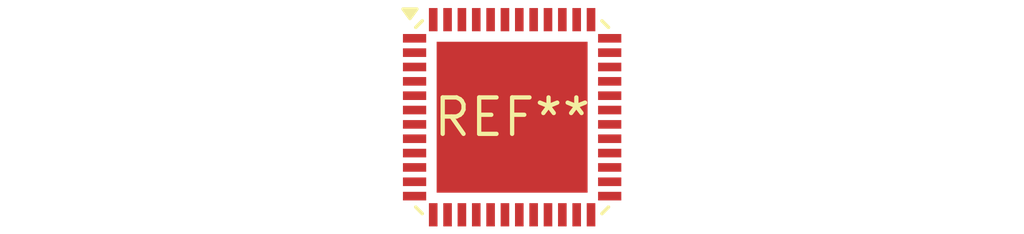
<source format=kicad_pcb>
(kicad_pcb (version 20240108) (generator pcbnew)
  (layers (0 "F.Cu" signal) (31 "B.Cu" signal) (34 "B.Paste" user) (35 "F.Paste" user) (36 "B.SilkS" user "B.Silkscreen") (37 "F.SilkS" user "F.Silkscreen") (38 "B.Mask" user) (39 "F.Mask" user) (44 "Edge.Cuts" user))
  (net 0 "")
  (footprint "LFCSP-VQ-48-1EP_7x7mm_P0.5mm" (layer "F.Cu") (at 0 0)
    (property "Reference" "REF**")
    (property "Value" "LFCSP-VQ-48-1EP_7x7mm_P0.5mm")
    (fp_line (start -3.13 -3.36) (end -3.36 -3.13) (layer "F.SilkS") (stroke (width 0.12)))
    (fp_line (start -3.13 3.36) (end -3.36 3.13) (layer "F.SilkS") (stroke (width 0.12)))
    (fp_line (start 3.13 -3.36) (end 3.36 -3.13) (layer "F.SilkS") (stroke (width 0.12)))
    (fp_line (start 3.13 3.36) (end 3.36 3.13) (layer "F.SilkS") (stroke (width 0.12)))
    (fp_poly (pts (xy -3.56 -3.44) (xy -3.8 -3.77) (xy -3.32 -3.77) (xy -3.56 -3.44)) (layer "F.SilkS") (stroke (width 0.12)) (fill solid))
    (pad "1" smd rect (at -3.4 -2.75) (size 0.81 0.3) (layers "F.Cu" "F.Paste" "F.Mask"))
    (pad "2" smd rect (at -3.4 -2.25) (size 0.81 0.3) (layers "F.Cu" "F.Paste" "F.Mask"))
    (pad "3" smd rect (at -3.4 -1.75) (size 0.81 0.3) (layers "F.Cu" "F.Paste" "F.Mask"))
    (pad "4" smd rect (at -3.4 -1.25) (size 0.81 0.3) (layers "F.Cu" "F.Paste" "F.Mask"))
    (pad "5" smd rect (at -3.4 -0.75) (size 0.81 0.3) (layers "F.Cu" "F.Paste" "F.Mask"))
    (pad "6" smd rect (at -3.4 -0.25) (size 0.81 0.3) (layers "F.Cu" "F.Paste" "F.Mask"))
    (pad "7" smd rect (at -3.4 0.25) (size 0.81 0.3) (layers "F.Cu" "F.Paste" "F.Mask"))
    (pad "8" smd rect (at -3.4 0.75) (size 0.81 0.3) (layers "F.Cu" "F.Paste" "F.Mask"))
    (pad "9" smd rect (at -3.4 1.25) (size 0.81 0.3) (layers "F.Cu" "F.Paste" "F.Mask"))
    (pad "10" smd rect (at -3.4 1.75) (size 0.81 0.3) (layers "F.Cu" "F.Paste" "F.Mask"))
    (pad "11" smd rect (at -3.4 2.25) (size 0.81 0.3) (layers "F.Cu" "F.Paste" "F.Mask"))
    (pad "12" smd rect (at -3.4 2.75) (size 0.81 0.3) (layers "F.Cu" "F.Paste" "F.Mask"))
    (pad "13" smd rect (at -2.75 3.4) (size 0.3 0.81) (layers "F.Cu" "F.Paste" "F.Mask"))
    (pad "14" smd rect (at -2.25 3.4) (size 0.3 0.81) (layers "F.Cu" "F.Paste" "F.Mask"))
    (pad "15" smd rect (at -1.75 3.4) (size 0.3 0.81) (layers "F.Cu" "F.Paste" "F.Mask"))
    (pad "16" smd rect (at -1.25 3.4) (size 0.3 0.81) (layers "F.Cu" "F.Paste" "F.Mask"))
    (pad "17" smd rect (at -0.75 3.4) (size 0.3 0.81) (layers "F.Cu" "F.Paste" "F.Mask"))
    (pad "18" smd rect (at -0.25 3.4) (size 0.3 0.81) (layers "F.Cu" "F.Paste" "F.Mask"))
    (pad "19" smd rect (at 0.25 3.4) (size 0.3 0.81) (layers "F.Cu" "F.Paste" "F.Mask"))
    (pad "20" smd rect (at 0.75 3.4) (size 0.3 0.81) (layers "F.Cu" "F.Paste" "F.Mask"))
    (pad "21" smd rect (at 1.25 3.4) (size 0.3 0.81) (layers "F.Cu" "F.Paste" "F.Mask"))
    (pad "22" smd rect (at 1.75 3.4) (size 0.3 0.81) (layers "F.Cu" "F.Paste" "F.Mask"))
    (pad "23" smd rect (at 2.25 3.4) (size 0.3 0.81) (layers "F.Cu" "F.Paste" "F.Mask"))
    (pad "24" smd rect (at 2.75 3.4) (size 0.3 0.81) (layers "F.Cu" "F.Paste" "F.Mask"))
    (pad "25" smd rect (at 3.4 2.75) (size 0.81 0.3) (layers "F.Cu" "F.Paste" "F.Mask"))
    (pad "26" smd rect (at 3.4 2.25) (size 0.81 0.3) (layers "F.Cu" "F.Paste" "F.Mask"))
    (pad "27" smd rect (at 3.4 1.75) (size 0.81 0.3) (layers "F.Cu" "F.Paste" "F.Mask"))
    (pad "28" smd rect (at 3.4 1.25) (size 0.81 0.3) (layers "F.Cu" "F.Paste" "F.Mask"))
    (pad "29" smd rect (at 3.4 0.75) (size 0.81 0.3) (layers "F.Cu" "F.Paste" "F.Mask"))
    (pad "30" smd rect (at 3.4 0.25) (size 0.81 0.3) (layers "F.Cu" "F.Paste" "F.Mask"))
    (pad "31" smd rect (at 3.4 -0.25) (size 0.81 0.3) (layers "F.Cu" "F.Paste" "F.Mask"))
    (pad "32" smd rect (at 3.4 -0.75) (size 0.81 0.3) (layers "F.Cu" "F.Paste" "F.Mask"))
    (pad "33" smd rect (at 3.4 -1.25) (size 0.81 0.3) (layers "F.Cu" "F.Paste" "F.Mask"))
    (pad "34" smd rect (at 3.4 -1.75) (size 0.81 0.3) (layers "F.Cu" "F.Paste" "F.Mask"))
    (pad "35" smd rect (at 3.4 -2.25) (size 0.81 0.3) (layers "F.Cu" "F.Paste" "F.Mask"))
    (pad "36" smd rect (at 3.4 -2.75) (size 0.81 0.3) (layers "F.Cu" "F.Paste" "F.Mask"))
    (pad "37" smd rect (at 2.75 -3.4) (size 0.3 0.81) (layers "F.Cu" "F.Paste" "F.Mask"))
    (pad "38" smd rect (at 2.25 -3.4) (size 0.3 0.81) (layers "F.Cu" "F.Paste" "F.Mask"))
    (pad "39" smd rect (at 1.75 -3.4) (size 0.3 0.81) (layers "F.Cu" "F.Paste" "F.Mask"))
    (pad "40" smd rect (at 1.25 -3.4) (size 0.3 0.81) (layers "F.Cu" "F.Paste" "F.Mask"))
    (pad "41" smd rect (at 0.75 -3.4) (size 0.3 0.81) (layers "F.Cu" "F.Paste" "F.Mask"))
    (pad "42" smd rect (at 0.25 -3.4) (size 0.3 0.81) (layers "F.Cu" "F.Paste" "F.Mask"))
    (pad "43" smd rect (at -0.25 -3.4) (size 0.3 0.81) (layers "F.Cu" "F.Paste" "F.Mask"))
    (pad "44" smd rect (at -0.75 -3.4) (size 0.3 0.81) (layers "F.Cu" "F.Paste" "F.Mask"))
    (pad "45" smd rect (at -1.25 -3.4) (size 0.3 0.81) (layers "F.Cu" "F.Paste" "F.Mask"))
    (pad "46" smd rect (at -1.75 -3.4) (size 0.3 0.81) (layers "F.Cu" "F.Paste" "F.Mask"))
    (pad "47" smd rect (at -2.25 -3.4) (size 0.3 0.81) (layers "F.Cu" "F.Paste" "F.Mask"))
    (pad "48" smd rect (at -2.75 -3.4) (size 0.3 0.81) (layers "F.Cu" "F.Paste" "F.Mask"))
    (pad "49" smd rect (at 0 0) (size 5.26 5.26) (layers "F.Cu" "F.Mask"))
  )
)
</source>
